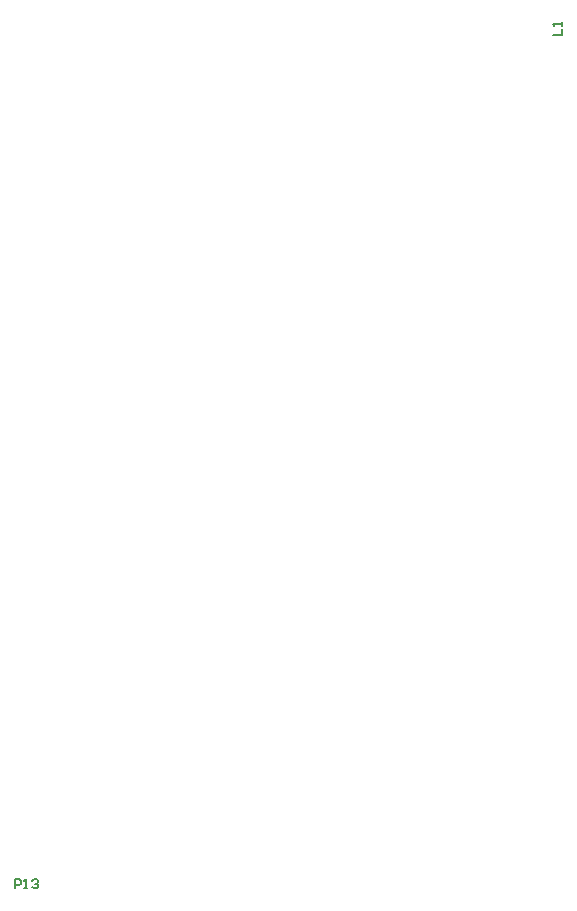
<source format=gbr>
%TF.GenerationSoftware,Altium Limited,Altium Designer,21.6.4 (81)*%
G04 Layer_Color=8388736*
%FSLAX43Y43*%
%MOMM*%
%TF.SameCoordinates,95A2699C-722C-4572-8EE5-7BEA9F810E30*%
%TF.FilePolarity,Positive*%
%TF.FileFunction,Other,Top_Designator*%
%TF.Part,Single*%
G01*
G75*
%TA.AperFunction,NonConductor*%
%ADD95C,0.150*%
D95*
X-35198Y78548D02*
X-34398D01*
Y79081D01*
Y79348D02*
Y79614D01*
Y79481D01*
X-35198D01*
X-35065Y79348D01*
X-80756Y6291D02*
Y7091D01*
X-80356D01*
X-80223Y6958D01*
Y6691D01*
X-80356Y6558D01*
X-80756D01*
X-79956Y6291D02*
X-79689D01*
X-79823D01*
Y7091D01*
X-79956Y6958D01*
X-79289D02*
X-79156Y7091D01*
X-78890D01*
X-78756Y6958D01*
Y6824D01*
X-78890Y6691D01*
X-79023D01*
X-78890D01*
X-78756Y6558D01*
Y6424D01*
X-78890Y6291D01*
X-79156D01*
X-79289Y6424D01*
%TF.MD5,bd52e08d50daac20d8fa0380db218c9f*%
M02*

</source>
